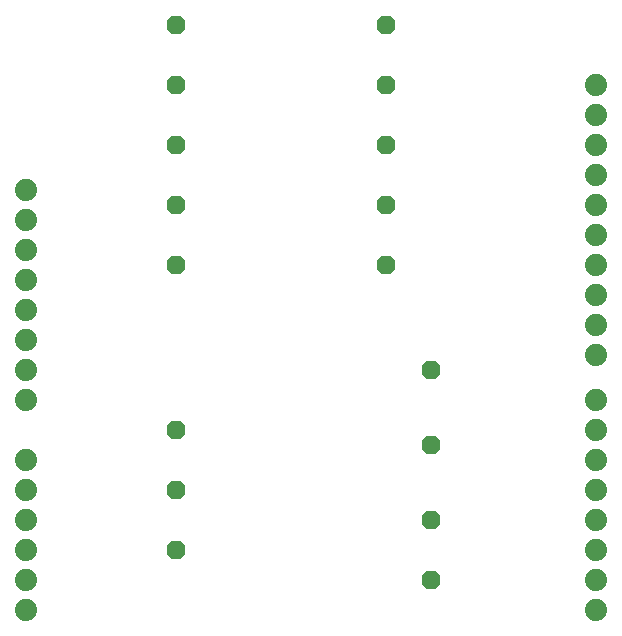
<source format=gbr>
G04 EAGLE Gerber RS-274X export*
G75*
%MOMM*%
%FSLAX34Y34*%
%LPD*%
%INBottom Copper*%
%IPPOS*%
%AMOC8*
5,1,8,0,0,1.08239X$1,22.5*%
G01*
%ADD10C,1.879600*%
%ADD11P,1.732040X8X22.500000*%


D10*
X635000Y533400D03*
X635000Y508000D03*
X635000Y482600D03*
X635000Y457200D03*
X635000Y431800D03*
X635000Y406400D03*
X635000Y355600D03*
X635000Y330200D03*
X635000Y304800D03*
X635000Y279400D03*
X635000Y254000D03*
X635000Y228600D03*
X1117600Y228600D03*
X1117600Y254000D03*
X1117600Y279400D03*
X1117600Y304800D03*
X1117600Y330200D03*
X1117600Y355600D03*
X1117600Y381000D03*
X1117600Y406400D03*
X1117600Y444500D03*
X1117600Y469900D03*
X1117600Y495300D03*
X1117600Y520700D03*
X1117600Y546100D03*
X1117600Y571500D03*
X1117600Y596900D03*
X1117600Y622300D03*
X1117600Y647700D03*
X1117600Y673100D03*
X635000Y558800D03*
X635000Y584200D03*
D11*
X939800Y723900D03*
X939800Y673100D03*
X939800Y622300D03*
X762000Y723900D03*
X762000Y673100D03*
X762000Y622300D03*
X762000Y381000D03*
X762000Y330200D03*
X762000Y279400D03*
X939800Y571500D03*
X762000Y571500D03*
X977900Y304800D03*
X977900Y254000D03*
X762000Y520700D03*
X939800Y520700D03*
X977900Y368300D03*
X977900Y431800D03*
M02*

</source>
